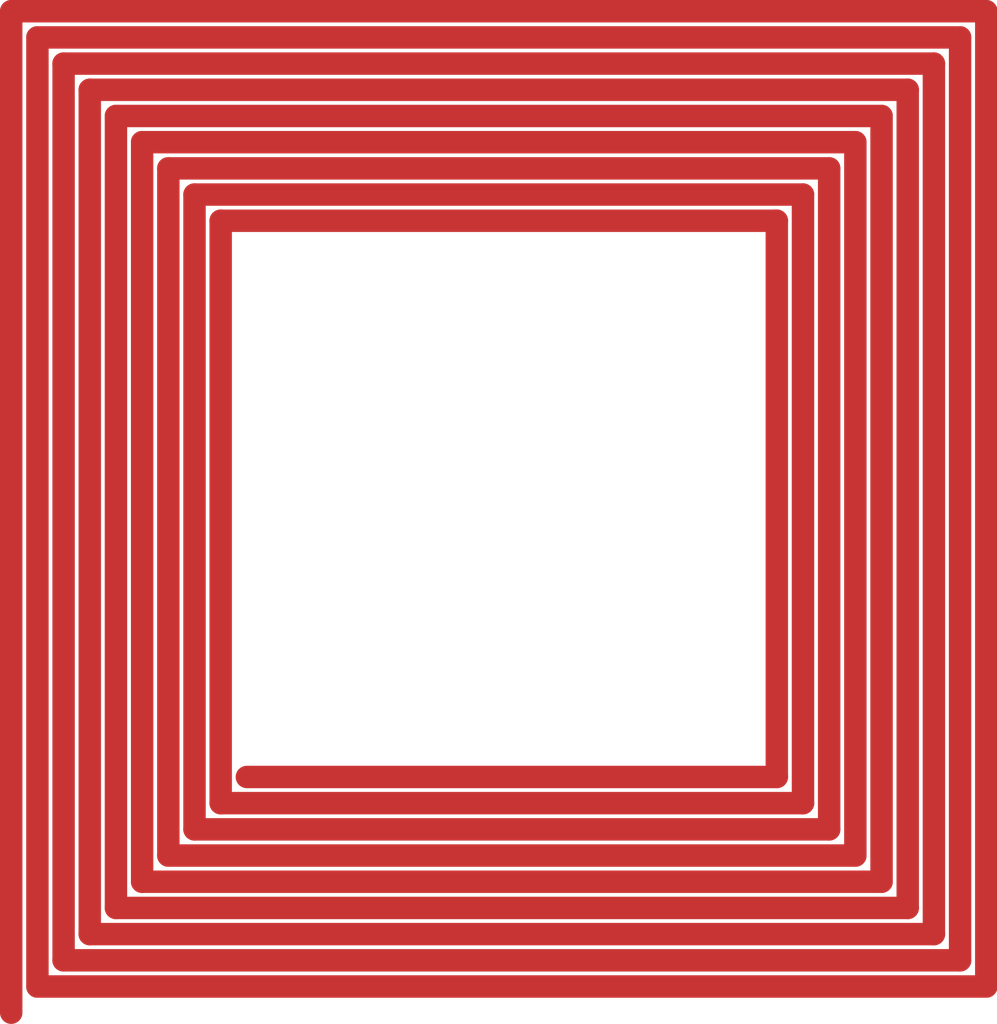
<source format=kicad_pcb>
(kicad_pcb
	(version 20240108)
	(generator "pcbnew")
	(generator_version "8.0")
	(general
		(thickness 1.6)
		(legacy_teardrops no)
	)
	(paper "A4")
	(layers
		(0 "F.Cu" signal)
		(31 "B.Cu" signal)
		(32 "B.Adhes" user "B.Adhesive")
		(33 "F.Adhes" user "F.Adhesive")
		(34 "B.Paste" user)
		(35 "F.Paste" user)
		(36 "B.SilkS" user "B.Silkscreen")
		(37 "F.SilkS" user "F.Silkscreen")
		(38 "B.Mask" user)
		(39 "F.Mask" user)
		(40 "Dwgs.User" user "User.Drawings")
		(41 "Cmts.User" user "User.Comments")
		(42 "Eco1.User" user "User.Eco1")
		(43 "Eco2.User" user "User.Eco2")
		(44 "Edge.Cuts" user)
		(45 "Margin" user)
		(46 "B.CrtYd" user "B.Courtyard")
		(47 "F.CrtYd" user "F.Courtyard")
		(48 "B.Fab" user)
		(49 "F.Fab" user)
		(50 "User.1" user)
		(51 "User.2" user)
		(52 "User.3" user)
		(53 "User.4" user)
		(54 "User.5" user)
		(55 "User.6" user)
		(56 "User.7" user)
		(57 "User.8" user)
		(58 "User.9" user)
	)
	(setup
		(pad_to_mask_clearance 0)
		(allow_soldermask_bridges_in_footprints no)
		(pcbplotparams
			(layerselection 0x00010fc_ffffffff)
			(plot_on_all_layers_selection 0x0000000_00000000)
			(disableapertmacros no)
			(usegerberextensions no)
			(usegerberattributes yes)
			(usegerberadvancedattributes yes)
			(creategerberjobfile yes)
			(dashed_line_dash_ratio 12.000000)
			(dashed_line_gap_ratio 3.000000)
			(svgprecision 4)
			(plotframeref no)
			(viasonmask no)
			(mode 1)
			(useauxorigin no)
			(hpglpennumber 1)
			(hpglpenspeed 20)
			(hpglpendiameter 15.000000)
			(pdf_front_fp_property_popups yes)
			(pdf_back_fp_property_popups yes)
			(dxfpolygonmode yes)
			(dxfimperialunits yes)
			(dxfusepcbnewfont yes)
			(psnegative no)
			(psa4output no)
			(plotreference yes)
			(plotvalue yes)
			(plotfptext yes)
			(plotinvisibletext no)
			(sketchpadsonfab no)
			(subtractmaskfromsilk no)
			(outputformat 1)
			(mirror no)
			(drillshape 1)
			(scaleselection 1)
			(outputdirectory "")
		)
	)
	(net 0 "")
	(segment
		(start 130.449999 120.6)
		(end 130.449999 80.45)
		(width 0.9)
		(layer "F.Cu")
		(net 0)
		(uuid "035a12bf-869f-4384-804f-789616d23cc5")
	)
	(segment
		(start 131.5 81.5)
		(end 168.5 81.5)
		(width 0.9)
		(layer "F.Cu")
		(net 0)
		(uuid "078a6e27-27e2-4b26-8406-5f155ac45709")
	)
	(segment
		(start 162.2 112.2)
		(end 138.85 112.2)
		(width 0.9)
		(layer "F.Cu")
		(net 0)
		(uuid "0817a02c-3ad1-4e69-a0dd-bf142af91156")
	)
	(segment
		(start 165.35 115.35)
		(end 135.7 115.35)
		(width 0.9)
		(layer "F.Cu")
		(net 0)
		(uuid "0ad3de9c-a23f-4fce-a751-bdbb9ee3b3ee")
	)
	(segment
		(start 163.25 113.25)
		(end 137.8 113.25)
		(width 0.9)
		(layer "F.Cu")
		(net 0)
		(uuid "0c1f9cc8-4b6f-40be-8c09-76db9ecb2ca5")
	)
	(segment
		(start 132.55 82.55)
		(end 167.45 82.55)
		(width 0.9)
		(layer "F.Cu")
		(net 0)
		(uuid "0cc54405-801f-49c5-ae0d-e6ca82c8b742")
	)
	(segment
		(start 163.25 86.75)
		(end 163.25 113.25)
		(width 0.9)
		(layer "F.Cu")
		(net 0)
		(uuid "0cf3771a-41ef-443e-b10d-18a38457a239")
	)
	(segment
		(start 167.45 117.45)
		(end 133.6 117.45)
		(width 0.9)
		(layer "F.Cu")
		(net 0)
		(uuid "107f8ac3-f161-48d9-8130-d07751a7c578")
	)
	(segment
		(start 161.15 88.85)
		(end 161.15 111.15)
		(width 0.9)
		(layer "F.Cu")
		(net 0)
		(uuid "11b1d4d0-165d-4072-aedf-18d3d8dbbb96")
	)
	(segment
		(start 166.4 116.4)
		(end 134.65 116.4)
		(width 0.9)
		(layer "F.Cu")
		(net 0)
		(uuid "1db55b9e-ed69-4f07-9832-0de5f34d31c0")
	)
	(segment
		(start 169.55 80.45)
		(end 169.55 119.55)
		(width 0.9)
		(layer "F.Cu")
		(net 0)
		(uuid "1ee6c8e6-2bd2-4758-8222-356e7c994c9d")
	)
	(segment
		(start 134.65 84.65)
		(end 165.35 84.65)
		(width 0.9)
		(layer "F.Cu")
		(net 0)
		(uuid "4ce9c6fc-2d50-4e78-9fa2-07f61eddd71e")
	)
	(segment
		(start 137.8 87.8)
		(end 162.2 87.8)
		(width 0.9)
		(layer "F.Cu")
		(net 0)
		(uuid "4f90824a-ffe6-43a3-aaf2-67e750110846")
	)
	(segment
		(start 166.4 83.6)
		(end 166.4 116.4)
		(width 0.9)
		(layer "F.Cu")
		(net 0)
		(uuid "51c07f51-900f-422f-a20b-1b19654e0a8a")
	)
	(segment
		(start 130.449999 80.45)
		(end 169.55 80.45)
		(width 0.9)
		(layer "F.Cu")
		(net 0)
		(uuid "626db2e9-1186-4908-b94a-de13c1cbcf53")
	)
	(segment
		(start 169.55 119.55)
		(end 131.5 119.55)
		(width 0.9)
		(layer "F.Cu")
		(net 0)
		(uuid "6b16ff35-bae8-44aa-9a00-e67cf083e1d6")
	)
	(segment
		(start 132.55 118.5)
		(end 132.55 82.55)
		(width 0.9)
		(layer "F.Cu")
		(net 0)
		(uuid "6c36b388-d0a4-45d6-a8b3-a97a941bf430")
	)
	(segment
		(start 168.5 118.5)
		(end 132.55 118.5)
		(width 0.9)
		(layer "F.Cu")
		(net 0)
		(uuid "6e11f7f8-9262-4472-85e9-d5e8eddc3195")
	)
	(segment
		(start 136.75 86.75)
		(end 163.25 86.75)
		(width 0.9)
		(layer "F.Cu")
		(net 0)
		(uuid "744d3011-0325-4249-a9f8-1b9c90631ad1")
	)
	(segment
		(start 135.7 115.35)
		(end 135.7 85.7)
		(width 0.9)
		(layer "F.Cu")
		(net 0)
		(uuid "7c5faa81-9a3e-4f98-9905-1a8ff7be66c7")
	)
	(segment
		(start 133.6 83.6)
		(end 166.4 83.6)
		(width 0.9)
		(layer "F.Cu")
		(net 0)
		(uuid "8467d4ac-2625-4095-878b-4e31eb0d25a8")
	)
	(segment
		(start 134.65 116.4)
		(end 134.65 84.65)
		(width 0.9)
		(layer "F.Cu")
		(net 0)
		(uuid "8878092f-c6a7-41e0-8e4d-5e6605be023e")
	)
	(segment
		(start 165.35 84.65)
		(end 165.35 115.35)
		(width 0.9)
		(layer "F.Cu")
		(net 0)
		(uuid "95dff570-a880-43ad-ab6a-91b220dcacf8")
	)
	(segment
		(start 137.8 113.25)
		(end 137.8 87.8)
		(width 0.9)
		(layer "F.Cu")
		(net 0)
		(uuid "9844aad4-1ef6-4340-a161-fc019ccf6c30")
	)
	(segment
		(start 131.5 119.55)
		(end 131.5 81.5)
		(width 0.9)
		(layer "F.Cu")
		(net 0)
		(uuid "9b34595d-6eff-41bd-8cc1-9c382cba19cf")
	)
	(segment
		(start 138.85 88.85)
		(end 161.15 88.85)
		(width 0.9)
		(layer "F.Cu")
		(net 0)
		(uuid "9d9e6359-6610-478e-8da0-1643ebb7ca89")
	)
	(segment
		(start 167.45 82.55)
		(end 167.45 117.45)
		(width 0.9)
		(layer "F.Cu")
		(net 0)
		(uuid "a8d8dfbf-1533-4aca-89a6-ea4626c8c855")
	)
	(segment
		(start 164.3 85.7)
		(end 164.3 114.3)
		(width 0.9)
		(layer "F.Cu")
		(net 0)
		(uuid "be719c99-891e-4265-8ae0-44f85ce287e6")
	)
	(segment
		(start 164.3 114.3)
		(end 136.75 114.3)
		(width 0.9)
		(layer "F.Cu")
		(net 0)
		(uuid "c2c8fd46-4c58-4951-bb00-97cd872b6d00")
	)
	(segment
		(start 136.75 114.3)
		(end 136.75 86.75)
		(width 0.9)
		(layer "F.Cu")
		(net 0)
		(uuid "d02ebff2-36b3-4f39-bff4-9c1e8a53d04e")
	)
	(segment
		(start 135.7 85.7)
		(end 164.3 85.7)
		(width 0.9)
		(layer "F.Cu")
		(net 0)
		(uuid "d202ccc1-d3b3-4ab9-9a56-4bbf642ac630")
	)
	(segment
		(start 133.6 117.45)
		(end 133.6 83.6)
		(width 0.9)
		(layer "F.Cu")
		(net 0)
		(uuid "d252e40f-d940-4f3d-aa53-3e7d8249b7a2")
	)
	(segment
		(start 168.5 81.5)
		(end 168.5 118.5)
		(width 0.9)
		(layer "F.Cu")
		(net 0)
		(uuid "d5a57ddb-288a-4ab4-a808-be94a7c32059")
	)
	(segment
		(start 138.85 112.2)
		(end 138.85 88.85)
		(width 0.9)
		(layer "F.Cu")
		(net 0)
		(uuid "db30b6bc-466d-440a-a88f-629e6d8ba50b")
	)
	(segment
		(start 161.15 111.15)
		(end 139.9 111.15)
		(width 0.9)
		(layer "F.Cu")
		(net 0)
		(uuid "e3bbffaa-7271-47cc-a4ff-f8ec35034eeb")
	)
	(segment
		(start 162.2 87.8)
		(end 162.2 112.2)
		(width 0.9)
		(layer "F.Cu")
		(net 0)
		(uuid "f5aa0042-9480-40f8-86d2-db1ca77bac15")
	)
)

</source>
